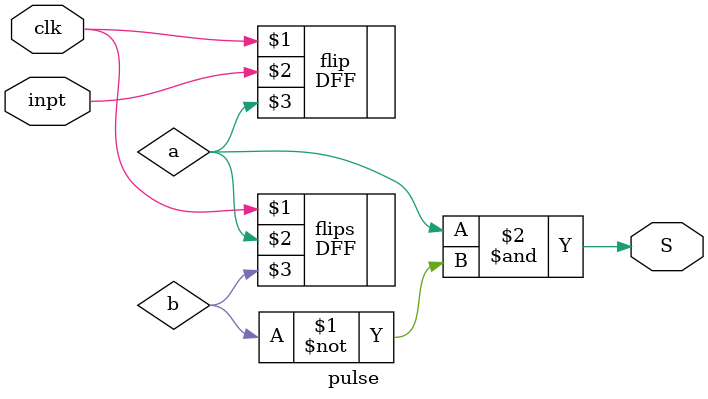
<source format=v>
`timescale 1ns / 1ps


module pulse(input clk, inpt, output S);

wire a ,b;
DFF flip (clk, inpt, a);
DFF flips (clk, a, b);

assign S = a & ~b;
endmodule

</source>
